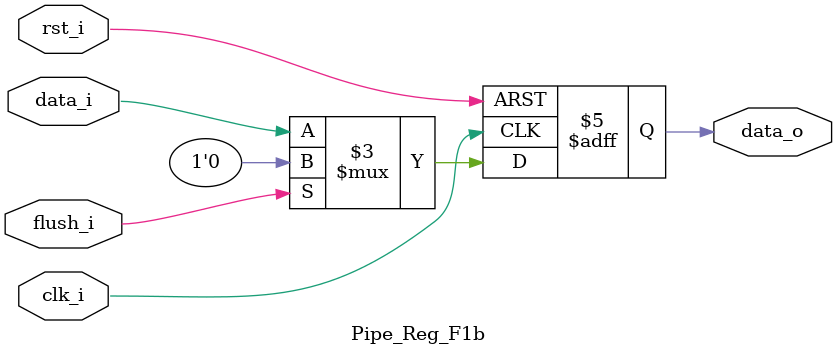
<source format=sv>
module Pipe_Reg_F1b(
  clk_i,
  rst_i,
  flush_i,
  data_i,
  data_o
);
//---------------------------------------------------------------------
//        PORTS DECLARATION                             
//---------------------------------------------------------------------
input  logic              clk_i;
input  logic              rst_i;
input  logic            flush_i;
input  logic             data_i;
output logic             data_o;

//---------------------------------------------------------------------
//        ALWAYS BLOCK                             
//---------------------------------------------------------------------
always_ff@(posedge clk_i or posedge rst_i)begin
  if(rst_i)data_o <= 1'b0;
  else if(flush_i)data_o <= 1'b0;
  else data_o <= data_i;
end

endmodule
</source>
